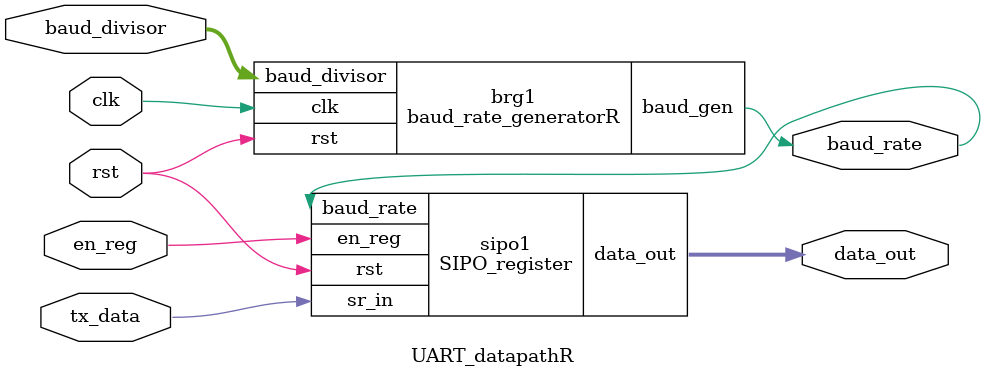
<source format=sv>
module baud_rate_generatorR(
    input logic clk,
    input logic rst,
    input logic [31:0] baud_divisor,
    output logic baud_gen
);
    logic [19:0] count;
    always_ff @ (posedge clk) begin
        if (rst) begin
            count <= 0;
            baud_gen <= 0;
        end else if (count >= (baud_divisor >> 1)) begin
            count <= 0;
            baud_gen <= ~baud_gen;
        end else begin
            count <= count + 1;
        end
    end
endmodule



module SIPO_register(
    input logic baud_rate,
    // input logic load,
    input logic rst,
    input logic en_reg,
    input logic sr_in,
    output logic [7:0] data_out
);
logic temp;
always_ff @(posedge baud_rate, posedge rst) begin
    if (rst) begin 
        data_out <= 0;
        temp <= 0;
    end else if (en_reg) begin 
        temp <= sr_in;
        data_out <= {temp, data_out[6:0]} >> 1;
    end
end

endmodule


module UART_datapathR(
    input logic clk,
    input logic rst,
    input logic en_reg,
    input logic tx_data,
    input logic [31:0] baud_divisor,
    output logic [7:0] data_out,
    output logic baud_rate

);

    baud_rate_generatorR brg1(.clk(clk),.rst(rst),.baud_divisor(baud_divisor),.baud_gen(baud_rate));

    SIPO_register sipo1(.baud_rate(baud_rate),.rst(rst),.en_reg(en_reg),.sr_in(tx_data),.data_out(data_out));
    
endmodule
</source>
